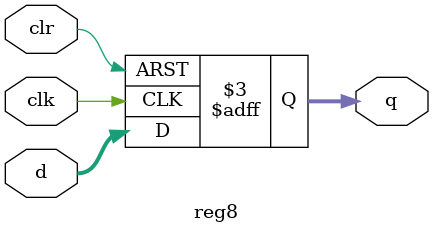
<source format=v>
module reg8(clk, clr, d, q);
	input clk;
	input clr;
	input wire[7: 0] d;
	
	output reg[7: 0] q;
	
	always @(posedge clk, negedge clr)
		begin
			if (!clr)
				begin
					q <= 8'b0;
				end
			else
				begin
					q <= d;
				end
		end
endmodule
</source>
